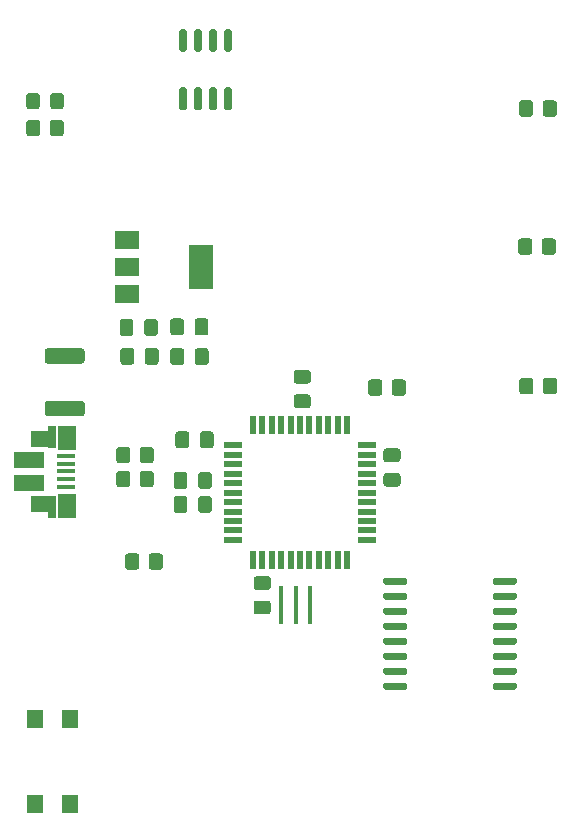
<source format=gbr>
%TF.GenerationSoftware,KiCad,Pcbnew,5.1.8-db9833491~87~ubuntu20.04.1*%
%TF.CreationDate,2020-11-19T17:12:54+01:00*%
%TF.ProjectId,custom-arduino-rtc-temperature-humidity,63757374-6f6d-42d6-9172-6475696e6f2d,rev?*%
%TF.SameCoordinates,Original*%
%TF.FileFunction,Paste,Top*%
%TF.FilePolarity,Positive*%
%FSLAX46Y46*%
G04 Gerber Fmt 4.6, Leading zero omitted, Abs format (unit mm)*
G04 Created by KiCad (PCBNEW 5.1.8-db9833491~87~ubuntu20.04.1) date 2020-11-19 17:12:54*
%MOMM*%
%LPD*%
G01*
G04 APERTURE LIST*
%ADD10R,1.400000X1.600000*%
%ADD11R,2.000000X1.500000*%
%ADD12R,2.000000X3.800000*%
%ADD13R,0.400000X3.200000*%
%ADD14R,2.500000X1.430000*%
%ADD15R,1.650000X0.400000*%
%ADD16R,1.500000X2.000000*%
%ADD17R,0.700000X1.825000*%
%ADD18R,2.000000X1.350000*%
%ADD19R,1.500000X0.550000*%
%ADD20R,0.550000X1.500000*%
G04 APERTURE END LIST*
D10*
%TO.C,SW4*%
X107085000Y-81363000D03*
X107085000Y-88563000D03*
X110085000Y-81363000D03*
X110085000Y-88563000D03*
%TD*%
%TO.C,U4*%
G36*
G01*
X119784000Y-24916000D02*
X119484000Y-24916000D01*
G75*
G02*
X119334000Y-24766000I0J150000D01*
G01*
X119334000Y-23116000D01*
G75*
G02*
X119484000Y-22966000I150000J0D01*
G01*
X119784000Y-22966000D01*
G75*
G02*
X119934000Y-23116000I0J-150000D01*
G01*
X119934000Y-24766000D01*
G75*
G02*
X119784000Y-24916000I-150000J0D01*
G01*
G37*
G36*
G01*
X121054000Y-24916000D02*
X120754000Y-24916000D01*
G75*
G02*
X120604000Y-24766000I0J150000D01*
G01*
X120604000Y-23116000D01*
G75*
G02*
X120754000Y-22966000I150000J0D01*
G01*
X121054000Y-22966000D01*
G75*
G02*
X121204000Y-23116000I0J-150000D01*
G01*
X121204000Y-24766000D01*
G75*
G02*
X121054000Y-24916000I-150000J0D01*
G01*
G37*
G36*
G01*
X122324000Y-24916000D02*
X122024000Y-24916000D01*
G75*
G02*
X121874000Y-24766000I0J150000D01*
G01*
X121874000Y-23116000D01*
G75*
G02*
X122024000Y-22966000I150000J0D01*
G01*
X122324000Y-22966000D01*
G75*
G02*
X122474000Y-23116000I0J-150000D01*
G01*
X122474000Y-24766000D01*
G75*
G02*
X122324000Y-24916000I-150000J0D01*
G01*
G37*
G36*
G01*
X123594000Y-24916000D02*
X123294000Y-24916000D01*
G75*
G02*
X123144000Y-24766000I0J150000D01*
G01*
X123144000Y-23116000D01*
G75*
G02*
X123294000Y-22966000I150000J0D01*
G01*
X123594000Y-22966000D01*
G75*
G02*
X123744000Y-23116000I0J-150000D01*
G01*
X123744000Y-24766000D01*
G75*
G02*
X123594000Y-24916000I-150000J0D01*
G01*
G37*
G36*
G01*
X123594000Y-29866000D02*
X123294000Y-29866000D01*
G75*
G02*
X123144000Y-29716000I0J150000D01*
G01*
X123144000Y-28066000D01*
G75*
G02*
X123294000Y-27916000I150000J0D01*
G01*
X123594000Y-27916000D01*
G75*
G02*
X123744000Y-28066000I0J-150000D01*
G01*
X123744000Y-29716000D01*
G75*
G02*
X123594000Y-29866000I-150000J0D01*
G01*
G37*
G36*
G01*
X122324000Y-29866000D02*
X122024000Y-29866000D01*
G75*
G02*
X121874000Y-29716000I0J150000D01*
G01*
X121874000Y-28066000D01*
G75*
G02*
X122024000Y-27916000I150000J0D01*
G01*
X122324000Y-27916000D01*
G75*
G02*
X122474000Y-28066000I0J-150000D01*
G01*
X122474000Y-29716000D01*
G75*
G02*
X122324000Y-29866000I-150000J0D01*
G01*
G37*
G36*
G01*
X121054000Y-29866000D02*
X120754000Y-29866000D01*
G75*
G02*
X120604000Y-29716000I0J150000D01*
G01*
X120604000Y-28066000D01*
G75*
G02*
X120754000Y-27916000I150000J0D01*
G01*
X121054000Y-27916000D01*
G75*
G02*
X121204000Y-28066000I0J-150000D01*
G01*
X121204000Y-29716000D01*
G75*
G02*
X121054000Y-29866000I-150000J0D01*
G01*
G37*
G36*
G01*
X119784000Y-29866000D02*
X119484000Y-29866000D01*
G75*
G02*
X119334000Y-29716000I0J150000D01*
G01*
X119334000Y-28066000D01*
G75*
G02*
X119484000Y-27916000I150000J0D01*
G01*
X119784000Y-27916000D01*
G75*
G02*
X119934000Y-28066000I0J-150000D01*
G01*
X119934000Y-29716000D01*
G75*
G02*
X119784000Y-29866000I-150000J0D01*
G01*
G37*
%TD*%
%TO.C,R8*%
G36*
G01*
X107550000Y-30918999D02*
X107550000Y-31819001D01*
G75*
G02*
X107300001Y-32069000I-249999J0D01*
G01*
X106599999Y-32069000D01*
G75*
G02*
X106350000Y-31819001I0J249999D01*
G01*
X106350000Y-30918999D01*
G75*
G02*
X106599999Y-30669000I249999J0D01*
G01*
X107300001Y-30669000D01*
G75*
G02*
X107550000Y-30918999I0J-249999D01*
G01*
G37*
G36*
G01*
X109550000Y-30918999D02*
X109550000Y-31819001D01*
G75*
G02*
X109300001Y-32069000I-249999J0D01*
G01*
X108599999Y-32069000D01*
G75*
G02*
X108350000Y-31819001I0J249999D01*
G01*
X108350000Y-30918999D01*
G75*
G02*
X108599999Y-30669000I249999J0D01*
G01*
X109300001Y-30669000D01*
G75*
G02*
X109550000Y-30918999I0J-249999D01*
G01*
G37*
%TD*%
%TO.C,D1*%
G36*
G01*
X107500000Y-28632999D02*
X107500000Y-29533001D01*
G75*
G02*
X107250001Y-29783000I-249999J0D01*
G01*
X106599999Y-29783000D01*
G75*
G02*
X106350000Y-29533001I0J249999D01*
G01*
X106350000Y-28632999D01*
G75*
G02*
X106599999Y-28383000I249999J0D01*
G01*
X107250001Y-28383000D01*
G75*
G02*
X107500000Y-28632999I0J-249999D01*
G01*
G37*
G36*
G01*
X109550000Y-28632999D02*
X109550000Y-29533001D01*
G75*
G02*
X109300001Y-29783000I-249999J0D01*
G01*
X108649999Y-29783000D01*
G75*
G02*
X108400000Y-29533001I0J249999D01*
G01*
X108400000Y-28632999D01*
G75*
G02*
X108649999Y-28383000I249999J0D01*
G01*
X109300001Y-28383000D01*
G75*
G02*
X109550000Y-28632999I0J-249999D01*
G01*
G37*
%TD*%
%TO.C,R7*%
G36*
G01*
X135306000Y-53790001D02*
X135306000Y-52889999D01*
G75*
G02*
X135555999Y-52640000I249999J0D01*
G01*
X136256001Y-52640000D01*
G75*
G02*
X136506000Y-52889999I0J-249999D01*
G01*
X136506000Y-53790001D01*
G75*
G02*
X136256001Y-54040000I-249999J0D01*
G01*
X135555999Y-54040000D01*
G75*
G02*
X135306000Y-53790001I0J249999D01*
G01*
G37*
G36*
G01*
X137306000Y-53790001D02*
X137306000Y-52889999D01*
G75*
G02*
X137555999Y-52640000I249999J0D01*
G01*
X138256001Y-52640000D01*
G75*
G02*
X138506000Y-52889999I0J-249999D01*
G01*
X138506000Y-53790001D01*
G75*
G02*
X138256001Y-54040000I-249999J0D01*
G01*
X137555999Y-54040000D01*
G75*
G02*
X137306000Y-53790001I0J249999D01*
G01*
G37*
%TD*%
D11*
%TO.C,U3*%
X114871100Y-40829200D03*
X114871100Y-45429200D03*
X114871100Y-43129200D03*
D12*
X121171100Y-43129200D03*
%TD*%
%TO.C,C11*%
G36*
G01*
X119730100Y-50236100D02*
X119730100Y-51186100D01*
G75*
G02*
X119480100Y-51436100I-250000J0D01*
G01*
X118805100Y-51436100D01*
G75*
G02*
X118555100Y-51186100I0J250000D01*
G01*
X118555100Y-50236100D01*
G75*
G02*
X118805100Y-49986100I250000J0D01*
G01*
X119480100Y-49986100D01*
G75*
G02*
X119730100Y-50236100I0J-250000D01*
G01*
G37*
G36*
G01*
X121805100Y-50236100D02*
X121805100Y-51186100D01*
G75*
G02*
X121555100Y-51436100I-250000J0D01*
G01*
X120880100Y-51436100D01*
G75*
G02*
X120630100Y-51186100I0J250000D01*
G01*
X120630100Y-50236100D01*
G75*
G02*
X120880100Y-49986100I250000J0D01*
G01*
X121555100Y-49986100D01*
G75*
G02*
X121805100Y-50236100I0J-250000D01*
G01*
G37*
%TD*%
%TO.C,C10*%
G36*
G01*
X119717400Y-47721500D02*
X119717400Y-48671500D01*
G75*
G02*
X119467400Y-48921500I-250000J0D01*
G01*
X118792400Y-48921500D01*
G75*
G02*
X118542400Y-48671500I0J250000D01*
G01*
X118542400Y-47721500D01*
G75*
G02*
X118792400Y-47471500I250000J0D01*
G01*
X119467400Y-47471500D01*
G75*
G02*
X119717400Y-47721500I0J-250000D01*
G01*
G37*
G36*
G01*
X121792400Y-47721500D02*
X121792400Y-48671500D01*
G75*
G02*
X121542400Y-48921500I-250000J0D01*
G01*
X120867400Y-48921500D01*
G75*
G02*
X120617400Y-48671500I0J250000D01*
G01*
X120617400Y-47721500D01*
G75*
G02*
X120867400Y-47471500I250000J0D01*
G01*
X121542400Y-47471500D01*
G75*
G02*
X121792400Y-47721500I0J-250000D01*
G01*
G37*
%TD*%
%TO.C,C9*%
G36*
G01*
X116337500Y-48722300D02*
X116337500Y-47772300D01*
G75*
G02*
X116587500Y-47522300I250000J0D01*
G01*
X117262500Y-47522300D01*
G75*
G02*
X117512500Y-47772300I0J-250000D01*
G01*
X117512500Y-48722300D01*
G75*
G02*
X117262500Y-48972300I-250000J0D01*
G01*
X116587500Y-48972300D01*
G75*
G02*
X116337500Y-48722300I0J250000D01*
G01*
G37*
G36*
G01*
X114262500Y-48722300D02*
X114262500Y-47772300D01*
G75*
G02*
X114512500Y-47522300I250000J0D01*
G01*
X115187500Y-47522300D01*
G75*
G02*
X115437500Y-47772300I0J-250000D01*
G01*
X115437500Y-48722300D01*
G75*
G02*
X115187500Y-48972300I-250000J0D01*
G01*
X114512500Y-48972300D01*
G75*
G02*
X114262500Y-48722300I0J250000D01*
G01*
G37*
%TD*%
%TO.C,C8*%
G36*
G01*
X116401000Y-51160700D02*
X116401000Y-50210700D01*
G75*
G02*
X116651000Y-49960700I250000J0D01*
G01*
X117326000Y-49960700D01*
G75*
G02*
X117576000Y-50210700I0J-250000D01*
G01*
X117576000Y-51160700D01*
G75*
G02*
X117326000Y-51410700I-250000J0D01*
G01*
X116651000Y-51410700D01*
G75*
G02*
X116401000Y-51160700I0J250000D01*
G01*
G37*
G36*
G01*
X114326000Y-51160700D02*
X114326000Y-50210700D01*
G75*
G02*
X114576000Y-49960700I250000J0D01*
G01*
X115251000Y-49960700D01*
G75*
G02*
X115501000Y-50210700I0J-250000D01*
G01*
X115501000Y-51160700D01*
G75*
G02*
X115251000Y-51410700I-250000J0D01*
G01*
X114576000Y-51410700D01*
G75*
G02*
X114326000Y-51160700I0J250000D01*
G01*
G37*
%TD*%
%TO.C,C5*%
G36*
G01*
X120009500Y-62758300D02*
X120009500Y-63708300D01*
G75*
G02*
X119759500Y-63958300I-250000J0D01*
G01*
X119084500Y-63958300D01*
G75*
G02*
X118834500Y-63708300I0J250000D01*
G01*
X118834500Y-62758300D01*
G75*
G02*
X119084500Y-62508300I250000J0D01*
G01*
X119759500Y-62508300D01*
G75*
G02*
X120009500Y-62758300I0J-250000D01*
G01*
G37*
G36*
G01*
X122084500Y-62758300D02*
X122084500Y-63708300D01*
G75*
G02*
X121834500Y-63958300I-250000J0D01*
G01*
X121159500Y-63958300D01*
G75*
G02*
X120909500Y-63708300I0J250000D01*
G01*
X120909500Y-62758300D01*
G75*
G02*
X121159500Y-62508300I250000J0D01*
G01*
X121834500Y-62508300D01*
G75*
G02*
X122084500Y-62758300I0J-250000D01*
G01*
G37*
%TD*%
%TO.C,C4*%
G36*
G01*
X125864600Y-71366800D02*
X126814600Y-71366800D01*
G75*
G02*
X127064600Y-71616800I0J-250000D01*
G01*
X127064600Y-72291800D01*
G75*
G02*
X126814600Y-72541800I-250000J0D01*
G01*
X125864600Y-72541800D01*
G75*
G02*
X125614600Y-72291800I0J250000D01*
G01*
X125614600Y-71616800D01*
G75*
G02*
X125864600Y-71366800I250000J0D01*
G01*
G37*
G36*
G01*
X125864600Y-69291800D02*
X126814600Y-69291800D01*
G75*
G02*
X127064600Y-69541800I0J-250000D01*
G01*
X127064600Y-70216800D01*
G75*
G02*
X126814600Y-70466800I-250000J0D01*
G01*
X125864600Y-70466800D01*
G75*
G02*
X125614600Y-70216800I0J250000D01*
G01*
X125614600Y-69541800D01*
G75*
G02*
X125864600Y-69291800I250000J0D01*
G01*
G37*
%TD*%
%TO.C,F1*%
G36*
G01*
X108163699Y-54457800D02*
X111063701Y-54457800D01*
G75*
G02*
X111313700Y-54707799I0J-249999D01*
G01*
X111313700Y-55507801D01*
G75*
G02*
X111063701Y-55757800I-249999J0D01*
G01*
X108163699Y-55757800D01*
G75*
G02*
X107913700Y-55507801I0J249999D01*
G01*
X107913700Y-54707799D01*
G75*
G02*
X108163699Y-54457800I249999J0D01*
G01*
G37*
G36*
G01*
X108163699Y-50007800D02*
X111063701Y-50007800D01*
G75*
G02*
X111313700Y-50257799I0J-249999D01*
G01*
X111313700Y-51057801D01*
G75*
G02*
X111063701Y-51307800I-249999J0D01*
G01*
X108163699Y-51307800D01*
G75*
G02*
X107913700Y-51057801I0J249999D01*
G01*
X107913700Y-50257799D01*
G75*
G02*
X108163699Y-50007800I249999J0D01*
G01*
G37*
%TD*%
%TO.C,R6*%
G36*
G01*
X151307600Y-52762999D02*
X151307600Y-53663001D01*
G75*
G02*
X151057601Y-53913000I-249999J0D01*
G01*
X150357599Y-53913000D01*
G75*
G02*
X150107600Y-53663001I0J249999D01*
G01*
X150107600Y-52762999D01*
G75*
G02*
X150357599Y-52513000I249999J0D01*
G01*
X151057601Y-52513000D01*
G75*
G02*
X151307600Y-52762999I0J-249999D01*
G01*
G37*
G36*
G01*
X149307600Y-52762999D02*
X149307600Y-53663001D01*
G75*
G02*
X149057601Y-53913000I-249999J0D01*
G01*
X148357599Y-53913000D01*
G75*
G02*
X148107600Y-53663001I0J249999D01*
G01*
X148107600Y-52762999D01*
G75*
G02*
X148357599Y-52513000I249999J0D01*
G01*
X149057601Y-52513000D01*
G75*
G02*
X149307600Y-52762999I0J-249999D01*
G01*
G37*
%TD*%
%TO.C,R5*%
G36*
G01*
X149282200Y-29255299D02*
X149282200Y-30155301D01*
G75*
G02*
X149032201Y-30405300I-249999J0D01*
G01*
X148332199Y-30405300D01*
G75*
G02*
X148082200Y-30155301I0J249999D01*
G01*
X148082200Y-29255299D01*
G75*
G02*
X148332199Y-29005300I249999J0D01*
G01*
X149032201Y-29005300D01*
G75*
G02*
X149282200Y-29255299I0J-249999D01*
G01*
G37*
G36*
G01*
X151282200Y-29255299D02*
X151282200Y-30155301D01*
G75*
G02*
X151032201Y-30405300I-249999J0D01*
G01*
X150332199Y-30405300D01*
G75*
G02*
X150082200Y-30155301I0J249999D01*
G01*
X150082200Y-29255299D01*
G75*
G02*
X150332199Y-29005300I249999J0D01*
G01*
X151032201Y-29005300D01*
G75*
G02*
X151282200Y-29255299I0J-249999D01*
G01*
G37*
%TD*%
%TO.C,R3*%
G36*
G01*
X149206000Y-40951999D02*
X149206000Y-41852001D01*
G75*
G02*
X148956001Y-42102000I-249999J0D01*
G01*
X148255999Y-42102000D01*
G75*
G02*
X148006000Y-41852001I0J249999D01*
G01*
X148006000Y-40951999D01*
G75*
G02*
X148255999Y-40702000I249999J0D01*
G01*
X148956001Y-40702000D01*
G75*
G02*
X149206000Y-40951999I0J-249999D01*
G01*
G37*
G36*
G01*
X151206000Y-40951999D02*
X151206000Y-41852001D01*
G75*
G02*
X150956001Y-42102000I-249999J0D01*
G01*
X150255999Y-42102000D01*
G75*
G02*
X150006000Y-41852001I0J249999D01*
G01*
X150006000Y-40951999D01*
G75*
G02*
X150255999Y-40702000I249999J0D01*
G01*
X150956001Y-40702000D01*
G75*
G02*
X151206000Y-40951999I0J-249999D01*
G01*
G37*
%TD*%
%TO.C,C2*%
G36*
G01*
X137800100Y-59655200D02*
X136850100Y-59655200D01*
G75*
G02*
X136600100Y-59405200I0J250000D01*
G01*
X136600100Y-58730200D01*
G75*
G02*
X136850100Y-58480200I250000J0D01*
G01*
X137800100Y-58480200D01*
G75*
G02*
X138050100Y-58730200I0J-250000D01*
G01*
X138050100Y-59405200D01*
G75*
G02*
X137800100Y-59655200I-250000J0D01*
G01*
G37*
G36*
G01*
X137800100Y-61730200D02*
X136850100Y-61730200D01*
G75*
G02*
X136600100Y-61480200I0J250000D01*
G01*
X136600100Y-60805200D01*
G75*
G02*
X136850100Y-60555200I250000J0D01*
G01*
X137800100Y-60555200D01*
G75*
G02*
X138050100Y-60805200I0J-250000D01*
G01*
X138050100Y-61480200D01*
G75*
G02*
X137800100Y-61730200I-250000J0D01*
G01*
G37*
%TD*%
%TO.C,C1*%
G36*
G01*
X120161900Y-57284600D02*
X120161900Y-58234600D01*
G75*
G02*
X119911900Y-58484600I-250000J0D01*
G01*
X119236900Y-58484600D01*
G75*
G02*
X118986900Y-58234600I0J250000D01*
G01*
X118986900Y-57284600D01*
G75*
G02*
X119236900Y-57034600I250000J0D01*
G01*
X119911900Y-57034600D01*
G75*
G02*
X120161900Y-57284600I0J-250000D01*
G01*
G37*
G36*
G01*
X122236900Y-57284600D02*
X122236900Y-58234600D01*
G75*
G02*
X121986900Y-58484600I-250000J0D01*
G01*
X121311900Y-58484600D01*
G75*
G02*
X121061900Y-58234600I0J250000D01*
G01*
X121061900Y-57284600D01*
G75*
G02*
X121311900Y-57034600I250000J0D01*
G01*
X121986900Y-57034600D01*
G75*
G02*
X122236900Y-57284600I0J-250000D01*
G01*
G37*
%TD*%
%TO.C,R4*%
G36*
G01*
X115932000Y-67621999D02*
X115932000Y-68522001D01*
G75*
G02*
X115682001Y-68772000I-249999J0D01*
G01*
X114981999Y-68772000D01*
G75*
G02*
X114732000Y-68522001I0J249999D01*
G01*
X114732000Y-67621999D01*
G75*
G02*
X114981999Y-67372000I249999J0D01*
G01*
X115682001Y-67372000D01*
G75*
G02*
X115932000Y-67621999I0J-249999D01*
G01*
G37*
G36*
G01*
X117932000Y-67621999D02*
X117932000Y-68522001D01*
G75*
G02*
X117682001Y-68772000I-249999J0D01*
G01*
X116981999Y-68772000D01*
G75*
G02*
X116732000Y-68522001I0J249999D01*
G01*
X116732000Y-67621999D01*
G75*
G02*
X116981999Y-67372000I249999J0D01*
G01*
X117682001Y-67372000D01*
G75*
G02*
X117932000Y-67621999I0J-249999D01*
G01*
G37*
%TD*%
%TO.C,R2*%
G36*
G01*
X115170000Y-58604999D02*
X115170000Y-59505001D01*
G75*
G02*
X114920001Y-59755000I-249999J0D01*
G01*
X114219999Y-59755000D01*
G75*
G02*
X113970000Y-59505001I0J249999D01*
G01*
X113970000Y-58604999D01*
G75*
G02*
X114219999Y-58355000I249999J0D01*
G01*
X114920001Y-58355000D01*
G75*
G02*
X115170000Y-58604999I0J-249999D01*
G01*
G37*
G36*
G01*
X117170000Y-58604999D02*
X117170000Y-59505001D01*
G75*
G02*
X116920001Y-59755000I-249999J0D01*
G01*
X116219999Y-59755000D01*
G75*
G02*
X115970000Y-59505001I0J249999D01*
G01*
X115970000Y-58604999D01*
G75*
G02*
X116219999Y-58355000I249999J0D01*
G01*
X116920001Y-58355000D01*
G75*
G02*
X117170000Y-58604999I0J-249999D01*
G01*
G37*
%TD*%
%TO.C,R1*%
G36*
G01*
X115170000Y-60636999D02*
X115170000Y-61537001D01*
G75*
G02*
X114920001Y-61787000I-249999J0D01*
G01*
X114219999Y-61787000D01*
G75*
G02*
X113970000Y-61537001I0J249999D01*
G01*
X113970000Y-60636999D01*
G75*
G02*
X114219999Y-60387000I249999J0D01*
G01*
X114920001Y-60387000D01*
G75*
G02*
X115170000Y-60636999I0J-249999D01*
G01*
G37*
G36*
G01*
X117170000Y-60636999D02*
X117170000Y-61537001D01*
G75*
G02*
X116920001Y-61787000I-249999J0D01*
G01*
X116219999Y-61787000D01*
G75*
G02*
X115970000Y-61537001I0J249999D01*
G01*
X115970000Y-60636999D01*
G75*
G02*
X116219999Y-60387000I249999J0D01*
G01*
X116920001Y-60387000D01*
G75*
G02*
X117170000Y-60636999I0J-249999D01*
G01*
G37*
%TD*%
D13*
%TO.C,Y1*%
X127959000Y-71755000D03*
X129159000Y-71755000D03*
X130359000Y-71755000D03*
%TD*%
%TO.C,C6*%
G36*
G01*
X129255500Y-53904300D02*
X130205500Y-53904300D01*
G75*
G02*
X130455500Y-54154300I0J-250000D01*
G01*
X130455500Y-54829300D01*
G75*
G02*
X130205500Y-55079300I-250000J0D01*
G01*
X129255500Y-55079300D01*
G75*
G02*
X129005500Y-54829300I0J250000D01*
G01*
X129005500Y-54154300D01*
G75*
G02*
X129255500Y-53904300I250000J0D01*
G01*
G37*
G36*
G01*
X129255500Y-51829300D02*
X130205500Y-51829300D01*
G75*
G02*
X130455500Y-52079300I0J-250000D01*
G01*
X130455500Y-52754300D01*
G75*
G02*
X130205500Y-53004300I-250000J0D01*
G01*
X129255500Y-53004300D01*
G75*
G02*
X129005500Y-52754300I0J250000D01*
G01*
X129005500Y-52079300D01*
G75*
G02*
X129255500Y-51829300I250000J0D01*
G01*
G37*
%TD*%
D14*
%TO.C,J2*%
X106565000Y-61387000D03*
X106565000Y-59467000D03*
D15*
X109715000Y-61727000D03*
X109715000Y-61077000D03*
X109715000Y-60427000D03*
X109715000Y-59777000D03*
X109715000Y-59127000D03*
D16*
X109835000Y-63327000D03*
X109815000Y-57577000D03*
D17*
X108515000Y-63427000D03*
X108515000Y-57477000D03*
D18*
X107765000Y-57697000D03*
X107765000Y-63177000D03*
%TD*%
%TO.C,C3*%
G36*
G01*
X120009500Y-60726300D02*
X120009500Y-61676300D01*
G75*
G02*
X119759500Y-61926300I-250000J0D01*
G01*
X119084500Y-61926300D01*
G75*
G02*
X118834500Y-61676300I0J250000D01*
G01*
X118834500Y-60726300D01*
G75*
G02*
X119084500Y-60476300I250000J0D01*
G01*
X119759500Y-60476300D01*
G75*
G02*
X120009500Y-60726300I0J-250000D01*
G01*
G37*
G36*
G01*
X122084500Y-60726300D02*
X122084500Y-61676300D01*
G75*
G02*
X121834500Y-61926300I-250000J0D01*
G01*
X121159500Y-61926300D01*
G75*
G02*
X120909500Y-61676300I0J250000D01*
G01*
X120909500Y-60726300D01*
G75*
G02*
X121159500Y-60476300I250000J0D01*
G01*
X121834500Y-60476300D01*
G75*
G02*
X122084500Y-60726300I0J-250000D01*
G01*
G37*
%TD*%
D19*
%TO.C,U2*%
X123840000Y-58230000D03*
X123840000Y-59030000D03*
X123840000Y-59830000D03*
X123840000Y-60630000D03*
X123840000Y-61430000D03*
X123840000Y-62230000D03*
X123840000Y-63030000D03*
X123840000Y-63830000D03*
X123840000Y-64630000D03*
X123840000Y-65430000D03*
X123840000Y-66230000D03*
D20*
X125540000Y-67930000D03*
X126340000Y-67930000D03*
X127140000Y-67930000D03*
X127940000Y-67930000D03*
X128740000Y-67930000D03*
X129540000Y-67930000D03*
X130340000Y-67930000D03*
X131140000Y-67930000D03*
X131940000Y-67930000D03*
X132740000Y-67930000D03*
X133540000Y-67930000D03*
D19*
X135240000Y-66230000D03*
X135240000Y-65430000D03*
X135240000Y-64630000D03*
X135240000Y-63830000D03*
X135240000Y-63030000D03*
X135240000Y-62230000D03*
X135240000Y-61430000D03*
X135240000Y-60630000D03*
X135240000Y-59830000D03*
X135240000Y-59030000D03*
X135240000Y-58230000D03*
D20*
X133540000Y-56530000D03*
X132740000Y-56530000D03*
X131940000Y-56530000D03*
X131140000Y-56530000D03*
X130340000Y-56530000D03*
X129540000Y-56530000D03*
X128740000Y-56530000D03*
X127940000Y-56530000D03*
X127140000Y-56530000D03*
X126340000Y-56530000D03*
X125540000Y-56530000D03*
%TD*%
%TO.C,U1*%
G36*
G01*
X145865000Y-69873000D02*
X145865000Y-69573000D01*
G75*
G02*
X146015000Y-69423000I150000J0D01*
G01*
X147765000Y-69423000D01*
G75*
G02*
X147915000Y-69573000I0J-150000D01*
G01*
X147915000Y-69873000D01*
G75*
G02*
X147765000Y-70023000I-150000J0D01*
G01*
X146015000Y-70023000D01*
G75*
G02*
X145865000Y-69873000I0J150000D01*
G01*
G37*
G36*
G01*
X145865000Y-71143000D02*
X145865000Y-70843000D01*
G75*
G02*
X146015000Y-70693000I150000J0D01*
G01*
X147765000Y-70693000D01*
G75*
G02*
X147915000Y-70843000I0J-150000D01*
G01*
X147915000Y-71143000D01*
G75*
G02*
X147765000Y-71293000I-150000J0D01*
G01*
X146015000Y-71293000D01*
G75*
G02*
X145865000Y-71143000I0J150000D01*
G01*
G37*
G36*
G01*
X145865000Y-72413000D02*
X145865000Y-72113000D01*
G75*
G02*
X146015000Y-71963000I150000J0D01*
G01*
X147765000Y-71963000D01*
G75*
G02*
X147915000Y-72113000I0J-150000D01*
G01*
X147915000Y-72413000D01*
G75*
G02*
X147765000Y-72563000I-150000J0D01*
G01*
X146015000Y-72563000D01*
G75*
G02*
X145865000Y-72413000I0J150000D01*
G01*
G37*
G36*
G01*
X145865000Y-73683000D02*
X145865000Y-73383000D01*
G75*
G02*
X146015000Y-73233000I150000J0D01*
G01*
X147765000Y-73233000D01*
G75*
G02*
X147915000Y-73383000I0J-150000D01*
G01*
X147915000Y-73683000D01*
G75*
G02*
X147765000Y-73833000I-150000J0D01*
G01*
X146015000Y-73833000D01*
G75*
G02*
X145865000Y-73683000I0J150000D01*
G01*
G37*
G36*
G01*
X145865000Y-74953000D02*
X145865000Y-74653000D01*
G75*
G02*
X146015000Y-74503000I150000J0D01*
G01*
X147765000Y-74503000D01*
G75*
G02*
X147915000Y-74653000I0J-150000D01*
G01*
X147915000Y-74953000D01*
G75*
G02*
X147765000Y-75103000I-150000J0D01*
G01*
X146015000Y-75103000D01*
G75*
G02*
X145865000Y-74953000I0J150000D01*
G01*
G37*
G36*
G01*
X145865000Y-76223000D02*
X145865000Y-75923000D01*
G75*
G02*
X146015000Y-75773000I150000J0D01*
G01*
X147765000Y-75773000D01*
G75*
G02*
X147915000Y-75923000I0J-150000D01*
G01*
X147915000Y-76223000D01*
G75*
G02*
X147765000Y-76373000I-150000J0D01*
G01*
X146015000Y-76373000D01*
G75*
G02*
X145865000Y-76223000I0J150000D01*
G01*
G37*
G36*
G01*
X145865000Y-77493000D02*
X145865000Y-77193000D01*
G75*
G02*
X146015000Y-77043000I150000J0D01*
G01*
X147765000Y-77043000D01*
G75*
G02*
X147915000Y-77193000I0J-150000D01*
G01*
X147915000Y-77493000D01*
G75*
G02*
X147765000Y-77643000I-150000J0D01*
G01*
X146015000Y-77643000D01*
G75*
G02*
X145865000Y-77493000I0J150000D01*
G01*
G37*
G36*
G01*
X145865000Y-78763000D02*
X145865000Y-78463000D01*
G75*
G02*
X146015000Y-78313000I150000J0D01*
G01*
X147765000Y-78313000D01*
G75*
G02*
X147915000Y-78463000I0J-150000D01*
G01*
X147915000Y-78763000D01*
G75*
G02*
X147765000Y-78913000I-150000J0D01*
G01*
X146015000Y-78913000D01*
G75*
G02*
X145865000Y-78763000I0J150000D01*
G01*
G37*
G36*
G01*
X136565000Y-78763000D02*
X136565000Y-78463000D01*
G75*
G02*
X136715000Y-78313000I150000J0D01*
G01*
X138465000Y-78313000D01*
G75*
G02*
X138615000Y-78463000I0J-150000D01*
G01*
X138615000Y-78763000D01*
G75*
G02*
X138465000Y-78913000I-150000J0D01*
G01*
X136715000Y-78913000D01*
G75*
G02*
X136565000Y-78763000I0J150000D01*
G01*
G37*
G36*
G01*
X136565000Y-77493000D02*
X136565000Y-77193000D01*
G75*
G02*
X136715000Y-77043000I150000J0D01*
G01*
X138465000Y-77043000D01*
G75*
G02*
X138615000Y-77193000I0J-150000D01*
G01*
X138615000Y-77493000D01*
G75*
G02*
X138465000Y-77643000I-150000J0D01*
G01*
X136715000Y-77643000D01*
G75*
G02*
X136565000Y-77493000I0J150000D01*
G01*
G37*
G36*
G01*
X136565000Y-76223000D02*
X136565000Y-75923000D01*
G75*
G02*
X136715000Y-75773000I150000J0D01*
G01*
X138465000Y-75773000D01*
G75*
G02*
X138615000Y-75923000I0J-150000D01*
G01*
X138615000Y-76223000D01*
G75*
G02*
X138465000Y-76373000I-150000J0D01*
G01*
X136715000Y-76373000D01*
G75*
G02*
X136565000Y-76223000I0J150000D01*
G01*
G37*
G36*
G01*
X136565000Y-74953000D02*
X136565000Y-74653000D01*
G75*
G02*
X136715000Y-74503000I150000J0D01*
G01*
X138465000Y-74503000D01*
G75*
G02*
X138615000Y-74653000I0J-150000D01*
G01*
X138615000Y-74953000D01*
G75*
G02*
X138465000Y-75103000I-150000J0D01*
G01*
X136715000Y-75103000D01*
G75*
G02*
X136565000Y-74953000I0J150000D01*
G01*
G37*
G36*
G01*
X136565000Y-73683000D02*
X136565000Y-73383000D01*
G75*
G02*
X136715000Y-73233000I150000J0D01*
G01*
X138465000Y-73233000D01*
G75*
G02*
X138615000Y-73383000I0J-150000D01*
G01*
X138615000Y-73683000D01*
G75*
G02*
X138465000Y-73833000I-150000J0D01*
G01*
X136715000Y-73833000D01*
G75*
G02*
X136565000Y-73683000I0J150000D01*
G01*
G37*
G36*
G01*
X136565000Y-72413000D02*
X136565000Y-72113000D01*
G75*
G02*
X136715000Y-71963000I150000J0D01*
G01*
X138465000Y-71963000D01*
G75*
G02*
X138615000Y-72113000I0J-150000D01*
G01*
X138615000Y-72413000D01*
G75*
G02*
X138465000Y-72563000I-150000J0D01*
G01*
X136715000Y-72563000D01*
G75*
G02*
X136565000Y-72413000I0J150000D01*
G01*
G37*
G36*
G01*
X136565000Y-71143000D02*
X136565000Y-70843000D01*
G75*
G02*
X136715000Y-70693000I150000J0D01*
G01*
X138465000Y-70693000D01*
G75*
G02*
X138615000Y-70843000I0J-150000D01*
G01*
X138615000Y-71143000D01*
G75*
G02*
X138465000Y-71293000I-150000J0D01*
G01*
X136715000Y-71293000D01*
G75*
G02*
X136565000Y-71143000I0J150000D01*
G01*
G37*
G36*
G01*
X136565000Y-69873000D02*
X136565000Y-69573000D01*
G75*
G02*
X136715000Y-69423000I150000J0D01*
G01*
X138465000Y-69423000D01*
G75*
G02*
X138615000Y-69573000I0J-150000D01*
G01*
X138615000Y-69873000D01*
G75*
G02*
X138465000Y-70023000I-150000J0D01*
G01*
X136715000Y-70023000D01*
G75*
G02*
X136565000Y-69873000I0J150000D01*
G01*
G37*
%TD*%
M02*

</source>
